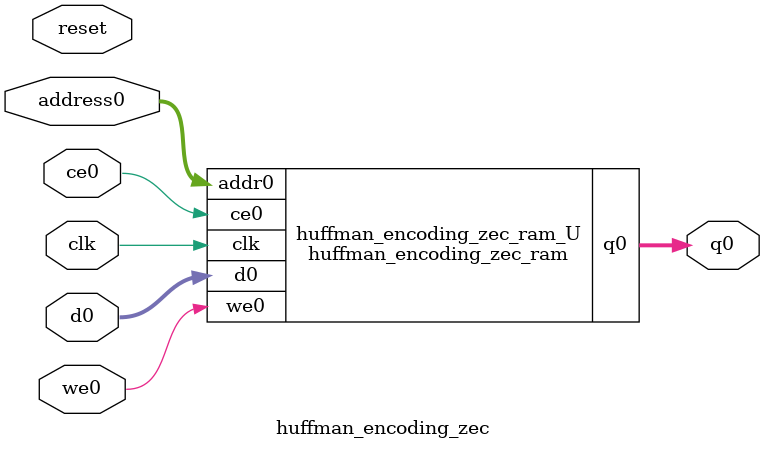
<source format=v>
`timescale 1 ns / 1 ps
module huffman_encoding_zec_ram (addr0, ce0, d0, we0, q0,  clk);

parameter DWIDTH = 5;
parameter AWIDTH = 8;
parameter MEM_SIZE = 256;

input[AWIDTH-1:0] addr0;
input ce0;
input[DWIDTH-1:0] d0;
input we0;
output reg[DWIDTH-1:0] q0;
input clk;

(* ram_style = "block" *)reg [DWIDTH-1:0] ram[0:MEM_SIZE-1];




always @(posedge clk)  
begin 
    if (ce0) begin
        if (we0) 
            ram[addr0] <= d0; 
        q0 <= ram[addr0];
    end
end


endmodule

`timescale 1 ns / 1 ps
module huffman_encoding_zec(
    reset,
    clk,
    address0,
    ce0,
    we0,
    d0,
    q0);

parameter DataWidth = 32'd5;
parameter AddressRange = 32'd256;
parameter AddressWidth = 32'd8;
input reset;
input clk;
input[AddressWidth - 1:0] address0;
input ce0;
input we0;
input[DataWidth - 1:0] d0;
output[DataWidth - 1:0] q0;



huffman_encoding_zec_ram huffman_encoding_zec_ram_U(
    .clk( clk ),
    .addr0( address0 ),
    .ce0( ce0 ),
    .we0( we0 ),
    .d0( d0 ),
    .q0( q0 ));

endmodule


</source>
